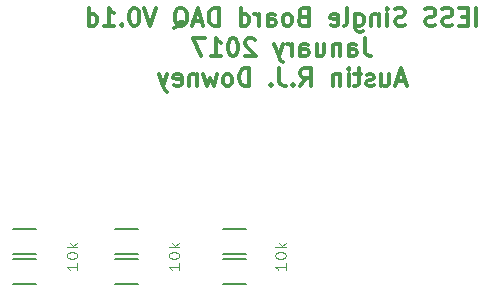
<source format=gbr>
G04 #@! TF.FileFunction,Legend,Bot*
%FSLAX46Y46*%
G04 Gerber Fmt 4.6, Leading zero omitted, Abs format (unit mm)*
G04 Created by KiCad (PCBNEW 4.0.5) date 01/31/17 23:14:54*
%MOMM*%
%LPD*%
G01*
G04 APERTURE LIST*
%ADD10C,0.100000*%
%ADD11C,0.300000*%
%ADD12C,0.150000*%
G04 APERTURE END LIST*
D10*
X183160143Y-121245238D02*
X183160143Y-121816667D01*
X183160143Y-121530953D02*
X182260143Y-121530953D01*
X182388714Y-121626191D01*
X182474429Y-121721429D01*
X182517286Y-121816667D01*
X182260143Y-120626191D02*
X182260143Y-120530952D01*
X182303000Y-120435714D01*
X182345857Y-120388095D01*
X182431571Y-120340476D01*
X182603000Y-120292857D01*
X182817286Y-120292857D01*
X182988714Y-120340476D01*
X183074429Y-120388095D01*
X183117286Y-120435714D01*
X183160143Y-120530952D01*
X183160143Y-120626191D01*
X183117286Y-120721429D01*
X183074429Y-120769048D01*
X182988714Y-120816667D01*
X182817286Y-120864286D01*
X182603000Y-120864286D01*
X182431571Y-120816667D01*
X182345857Y-120769048D01*
X182303000Y-120721429D01*
X182260143Y-120626191D01*
X183160143Y-119864286D02*
X182260143Y-119864286D01*
X182817286Y-119769048D02*
X183160143Y-119483333D01*
X182560143Y-119483333D02*
X182903000Y-119864286D01*
X174143143Y-121245238D02*
X174143143Y-121816667D01*
X174143143Y-121530953D02*
X173243143Y-121530953D01*
X173371714Y-121626191D01*
X173457429Y-121721429D01*
X173500286Y-121816667D01*
X173243143Y-120626191D02*
X173243143Y-120530952D01*
X173286000Y-120435714D01*
X173328857Y-120388095D01*
X173414571Y-120340476D01*
X173586000Y-120292857D01*
X173800286Y-120292857D01*
X173971714Y-120340476D01*
X174057429Y-120388095D01*
X174100286Y-120435714D01*
X174143143Y-120530952D01*
X174143143Y-120626191D01*
X174100286Y-120721429D01*
X174057429Y-120769048D01*
X173971714Y-120816667D01*
X173800286Y-120864286D01*
X173586000Y-120864286D01*
X173414571Y-120816667D01*
X173328857Y-120769048D01*
X173286000Y-120721429D01*
X173243143Y-120626191D01*
X174143143Y-119864286D02*
X173243143Y-119864286D01*
X173800286Y-119769048D02*
X174143143Y-119483333D01*
X173543143Y-119483333D02*
X173886000Y-119864286D01*
X165507143Y-121245238D02*
X165507143Y-121816667D01*
X165507143Y-121530953D02*
X164607143Y-121530953D01*
X164735714Y-121626191D01*
X164821429Y-121721429D01*
X164864286Y-121816667D01*
X164607143Y-120626191D02*
X164607143Y-120530952D01*
X164650000Y-120435714D01*
X164692857Y-120388095D01*
X164778571Y-120340476D01*
X164950000Y-120292857D01*
X165164286Y-120292857D01*
X165335714Y-120340476D01*
X165421429Y-120388095D01*
X165464286Y-120435714D01*
X165507143Y-120530952D01*
X165507143Y-120626191D01*
X165464286Y-120721429D01*
X165421429Y-120769048D01*
X165335714Y-120816667D01*
X165164286Y-120864286D01*
X164950000Y-120864286D01*
X164778571Y-120816667D01*
X164692857Y-120769048D01*
X164650000Y-120721429D01*
X164607143Y-120626191D01*
X165507143Y-119864286D02*
X164607143Y-119864286D01*
X165164286Y-119769048D02*
X165507143Y-119483333D01*
X164907143Y-119483333D02*
X165250000Y-119864286D01*
D11*
X199272856Y-101125571D02*
X199272856Y-99625571D01*
X198558570Y-100339857D02*
X198058570Y-100339857D01*
X197844284Y-101125571D02*
X198558570Y-101125571D01*
X198558570Y-99625571D01*
X197844284Y-99625571D01*
X197272856Y-101054143D02*
X197058570Y-101125571D01*
X196701427Y-101125571D01*
X196558570Y-101054143D01*
X196487141Y-100982714D01*
X196415713Y-100839857D01*
X196415713Y-100697000D01*
X196487141Y-100554143D01*
X196558570Y-100482714D01*
X196701427Y-100411286D01*
X196987141Y-100339857D01*
X197129999Y-100268429D01*
X197201427Y-100197000D01*
X197272856Y-100054143D01*
X197272856Y-99911286D01*
X197201427Y-99768429D01*
X197129999Y-99697000D01*
X196987141Y-99625571D01*
X196629999Y-99625571D01*
X196415713Y-99697000D01*
X195844285Y-101054143D02*
X195629999Y-101125571D01*
X195272856Y-101125571D01*
X195129999Y-101054143D01*
X195058570Y-100982714D01*
X194987142Y-100839857D01*
X194987142Y-100697000D01*
X195058570Y-100554143D01*
X195129999Y-100482714D01*
X195272856Y-100411286D01*
X195558570Y-100339857D01*
X195701428Y-100268429D01*
X195772856Y-100197000D01*
X195844285Y-100054143D01*
X195844285Y-99911286D01*
X195772856Y-99768429D01*
X195701428Y-99697000D01*
X195558570Y-99625571D01*
X195201428Y-99625571D01*
X194987142Y-99697000D01*
X193272857Y-101054143D02*
X193058571Y-101125571D01*
X192701428Y-101125571D01*
X192558571Y-101054143D01*
X192487142Y-100982714D01*
X192415714Y-100839857D01*
X192415714Y-100697000D01*
X192487142Y-100554143D01*
X192558571Y-100482714D01*
X192701428Y-100411286D01*
X192987142Y-100339857D01*
X193130000Y-100268429D01*
X193201428Y-100197000D01*
X193272857Y-100054143D01*
X193272857Y-99911286D01*
X193201428Y-99768429D01*
X193130000Y-99697000D01*
X192987142Y-99625571D01*
X192630000Y-99625571D01*
X192415714Y-99697000D01*
X191772857Y-101125571D02*
X191772857Y-100125571D01*
X191772857Y-99625571D02*
X191844286Y-99697000D01*
X191772857Y-99768429D01*
X191701429Y-99697000D01*
X191772857Y-99625571D01*
X191772857Y-99768429D01*
X191058571Y-100125571D02*
X191058571Y-101125571D01*
X191058571Y-100268429D02*
X190987143Y-100197000D01*
X190844285Y-100125571D01*
X190630000Y-100125571D01*
X190487143Y-100197000D01*
X190415714Y-100339857D01*
X190415714Y-101125571D01*
X189058571Y-100125571D02*
X189058571Y-101339857D01*
X189130000Y-101482714D01*
X189201428Y-101554143D01*
X189344285Y-101625571D01*
X189558571Y-101625571D01*
X189701428Y-101554143D01*
X189058571Y-101054143D02*
X189201428Y-101125571D01*
X189487142Y-101125571D01*
X189630000Y-101054143D01*
X189701428Y-100982714D01*
X189772857Y-100839857D01*
X189772857Y-100411286D01*
X189701428Y-100268429D01*
X189630000Y-100197000D01*
X189487142Y-100125571D01*
X189201428Y-100125571D01*
X189058571Y-100197000D01*
X188129999Y-101125571D02*
X188272857Y-101054143D01*
X188344285Y-100911286D01*
X188344285Y-99625571D01*
X186987143Y-101054143D02*
X187130000Y-101125571D01*
X187415714Y-101125571D01*
X187558571Y-101054143D01*
X187630000Y-100911286D01*
X187630000Y-100339857D01*
X187558571Y-100197000D01*
X187415714Y-100125571D01*
X187130000Y-100125571D01*
X186987143Y-100197000D01*
X186915714Y-100339857D01*
X186915714Y-100482714D01*
X187630000Y-100625571D01*
X184630000Y-100339857D02*
X184415714Y-100411286D01*
X184344286Y-100482714D01*
X184272857Y-100625571D01*
X184272857Y-100839857D01*
X184344286Y-100982714D01*
X184415714Y-101054143D01*
X184558572Y-101125571D01*
X185130000Y-101125571D01*
X185130000Y-99625571D01*
X184630000Y-99625571D01*
X184487143Y-99697000D01*
X184415714Y-99768429D01*
X184344286Y-99911286D01*
X184344286Y-100054143D01*
X184415714Y-100197000D01*
X184487143Y-100268429D01*
X184630000Y-100339857D01*
X185130000Y-100339857D01*
X183415714Y-101125571D02*
X183558572Y-101054143D01*
X183630000Y-100982714D01*
X183701429Y-100839857D01*
X183701429Y-100411286D01*
X183630000Y-100268429D01*
X183558572Y-100197000D01*
X183415714Y-100125571D01*
X183201429Y-100125571D01*
X183058572Y-100197000D01*
X182987143Y-100268429D01*
X182915714Y-100411286D01*
X182915714Y-100839857D01*
X182987143Y-100982714D01*
X183058572Y-101054143D01*
X183201429Y-101125571D01*
X183415714Y-101125571D01*
X181630000Y-101125571D02*
X181630000Y-100339857D01*
X181701429Y-100197000D01*
X181844286Y-100125571D01*
X182130000Y-100125571D01*
X182272857Y-100197000D01*
X181630000Y-101054143D02*
X181772857Y-101125571D01*
X182130000Y-101125571D01*
X182272857Y-101054143D01*
X182344286Y-100911286D01*
X182344286Y-100768429D01*
X182272857Y-100625571D01*
X182130000Y-100554143D01*
X181772857Y-100554143D01*
X181630000Y-100482714D01*
X180915714Y-101125571D02*
X180915714Y-100125571D01*
X180915714Y-100411286D02*
X180844286Y-100268429D01*
X180772857Y-100197000D01*
X180630000Y-100125571D01*
X180487143Y-100125571D01*
X179344286Y-101125571D02*
X179344286Y-99625571D01*
X179344286Y-101054143D02*
X179487143Y-101125571D01*
X179772857Y-101125571D01*
X179915715Y-101054143D01*
X179987143Y-100982714D01*
X180058572Y-100839857D01*
X180058572Y-100411286D01*
X179987143Y-100268429D01*
X179915715Y-100197000D01*
X179772857Y-100125571D01*
X179487143Y-100125571D01*
X179344286Y-100197000D01*
X177487143Y-101125571D02*
X177487143Y-99625571D01*
X177130000Y-99625571D01*
X176915715Y-99697000D01*
X176772857Y-99839857D01*
X176701429Y-99982714D01*
X176630000Y-100268429D01*
X176630000Y-100482714D01*
X176701429Y-100768429D01*
X176772857Y-100911286D01*
X176915715Y-101054143D01*
X177130000Y-101125571D01*
X177487143Y-101125571D01*
X176058572Y-100697000D02*
X175344286Y-100697000D01*
X176201429Y-101125571D02*
X175701429Y-99625571D01*
X175201429Y-101125571D01*
X173701429Y-101268429D02*
X173844286Y-101197000D01*
X173987143Y-101054143D01*
X174201429Y-100839857D01*
X174344286Y-100768429D01*
X174487143Y-100768429D01*
X174415715Y-101125571D02*
X174558572Y-101054143D01*
X174701429Y-100911286D01*
X174772858Y-100625571D01*
X174772858Y-100125571D01*
X174701429Y-99839857D01*
X174558572Y-99697000D01*
X174415715Y-99625571D01*
X174130001Y-99625571D01*
X173987143Y-99697000D01*
X173844286Y-99839857D01*
X173772858Y-100125571D01*
X173772858Y-100625571D01*
X173844286Y-100911286D01*
X173987143Y-101054143D01*
X174130001Y-101125571D01*
X174415715Y-101125571D01*
X172201429Y-99625571D02*
X171701429Y-101125571D01*
X171201429Y-99625571D01*
X170415715Y-99625571D02*
X170272858Y-99625571D01*
X170130001Y-99697000D01*
X170058572Y-99768429D01*
X169987143Y-99911286D01*
X169915715Y-100197000D01*
X169915715Y-100554143D01*
X169987143Y-100839857D01*
X170058572Y-100982714D01*
X170130001Y-101054143D01*
X170272858Y-101125571D01*
X170415715Y-101125571D01*
X170558572Y-101054143D01*
X170630001Y-100982714D01*
X170701429Y-100839857D01*
X170772858Y-100554143D01*
X170772858Y-100197000D01*
X170701429Y-99911286D01*
X170630001Y-99768429D01*
X170558572Y-99697000D01*
X170415715Y-99625571D01*
X169272858Y-100982714D02*
X169201430Y-101054143D01*
X169272858Y-101125571D01*
X169344287Y-101054143D01*
X169272858Y-100982714D01*
X169272858Y-101125571D01*
X167772858Y-101125571D02*
X168630001Y-101125571D01*
X168201429Y-101125571D02*
X168201429Y-99625571D01*
X168344286Y-99839857D01*
X168487144Y-99982714D01*
X168630001Y-100054143D01*
X166487144Y-101125571D02*
X166487144Y-99625571D01*
X166487144Y-101054143D02*
X166630001Y-101125571D01*
X166915715Y-101125571D01*
X167058573Y-101054143D01*
X167130001Y-100982714D01*
X167201430Y-100839857D01*
X167201430Y-100411286D01*
X167130001Y-100268429D01*
X167058573Y-100197000D01*
X166915715Y-100125571D01*
X166630001Y-100125571D01*
X166487144Y-100197000D01*
X189844285Y-102175571D02*
X189844285Y-103247000D01*
X189915713Y-103461286D01*
X190058570Y-103604143D01*
X190272856Y-103675571D01*
X190415713Y-103675571D01*
X188487142Y-103675571D02*
X188487142Y-102889857D01*
X188558571Y-102747000D01*
X188701428Y-102675571D01*
X188987142Y-102675571D01*
X189129999Y-102747000D01*
X188487142Y-103604143D02*
X188629999Y-103675571D01*
X188987142Y-103675571D01*
X189129999Y-103604143D01*
X189201428Y-103461286D01*
X189201428Y-103318429D01*
X189129999Y-103175571D01*
X188987142Y-103104143D01*
X188629999Y-103104143D01*
X188487142Y-103032714D01*
X187772856Y-102675571D02*
X187772856Y-103675571D01*
X187772856Y-102818429D02*
X187701428Y-102747000D01*
X187558570Y-102675571D01*
X187344285Y-102675571D01*
X187201428Y-102747000D01*
X187129999Y-102889857D01*
X187129999Y-103675571D01*
X185772856Y-102675571D02*
X185772856Y-103675571D01*
X186415713Y-102675571D02*
X186415713Y-103461286D01*
X186344285Y-103604143D01*
X186201427Y-103675571D01*
X185987142Y-103675571D01*
X185844285Y-103604143D01*
X185772856Y-103532714D01*
X184415713Y-103675571D02*
X184415713Y-102889857D01*
X184487142Y-102747000D01*
X184629999Y-102675571D01*
X184915713Y-102675571D01*
X185058570Y-102747000D01*
X184415713Y-103604143D02*
X184558570Y-103675571D01*
X184915713Y-103675571D01*
X185058570Y-103604143D01*
X185129999Y-103461286D01*
X185129999Y-103318429D01*
X185058570Y-103175571D01*
X184915713Y-103104143D01*
X184558570Y-103104143D01*
X184415713Y-103032714D01*
X183701427Y-103675571D02*
X183701427Y-102675571D01*
X183701427Y-102961286D02*
X183629999Y-102818429D01*
X183558570Y-102747000D01*
X183415713Y-102675571D01*
X183272856Y-102675571D01*
X182915713Y-102675571D02*
X182558570Y-103675571D01*
X182201428Y-102675571D02*
X182558570Y-103675571D01*
X182701428Y-104032714D01*
X182772856Y-104104143D01*
X182915713Y-104175571D01*
X180558571Y-102318429D02*
X180487142Y-102247000D01*
X180344285Y-102175571D01*
X179987142Y-102175571D01*
X179844285Y-102247000D01*
X179772856Y-102318429D01*
X179701428Y-102461286D01*
X179701428Y-102604143D01*
X179772856Y-102818429D01*
X180629999Y-103675571D01*
X179701428Y-103675571D01*
X178772857Y-102175571D02*
X178630000Y-102175571D01*
X178487143Y-102247000D01*
X178415714Y-102318429D01*
X178344285Y-102461286D01*
X178272857Y-102747000D01*
X178272857Y-103104143D01*
X178344285Y-103389857D01*
X178415714Y-103532714D01*
X178487143Y-103604143D01*
X178630000Y-103675571D01*
X178772857Y-103675571D01*
X178915714Y-103604143D01*
X178987143Y-103532714D01*
X179058571Y-103389857D01*
X179130000Y-103104143D01*
X179130000Y-102747000D01*
X179058571Y-102461286D01*
X178987143Y-102318429D01*
X178915714Y-102247000D01*
X178772857Y-102175571D01*
X176844286Y-103675571D02*
X177701429Y-103675571D01*
X177272857Y-103675571D02*
X177272857Y-102175571D01*
X177415714Y-102389857D01*
X177558572Y-102532714D01*
X177701429Y-102604143D01*
X176344286Y-102175571D02*
X175344286Y-102175571D01*
X175987143Y-103675571D01*
X193272858Y-105797000D02*
X192558572Y-105797000D01*
X193415715Y-106225571D02*
X192915715Y-104725571D01*
X192415715Y-106225571D01*
X191272858Y-105225571D02*
X191272858Y-106225571D01*
X191915715Y-105225571D02*
X191915715Y-106011286D01*
X191844287Y-106154143D01*
X191701429Y-106225571D01*
X191487144Y-106225571D01*
X191344287Y-106154143D01*
X191272858Y-106082714D01*
X190630001Y-106154143D02*
X190487144Y-106225571D01*
X190201429Y-106225571D01*
X190058572Y-106154143D01*
X189987144Y-106011286D01*
X189987144Y-105939857D01*
X190058572Y-105797000D01*
X190201429Y-105725571D01*
X190415715Y-105725571D01*
X190558572Y-105654143D01*
X190630001Y-105511286D01*
X190630001Y-105439857D01*
X190558572Y-105297000D01*
X190415715Y-105225571D01*
X190201429Y-105225571D01*
X190058572Y-105297000D01*
X189558572Y-105225571D02*
X188987143Y-105225571D01*
X189344286Y-104725571D02*
X189344286Y-106011286D01*
X189272858Y-106154143D01*
X189130000Y-106225571D01*
X188987143Y-106225571D01*
X188487143Y-106225571D02*
X188487143Y-105225571D01*
X188487143Y-104725571D02*
X188558572Y-104797000D01*
X188487143Y-104868429D01*
X188415715Y-104797000D01*
X188487143Y-104725571D01*
X188487143Y-104868429D01*
X187772857Y-105225571D02*
X187772857Y-106225571D01*
X187772857Y-105368429D02*
X187701429Y-105297000D01*
X187558571Y-105225571D01*
X187344286Y-105225571D01*
X187201429Y-105297000D01*
X187130000Y-105439857D01*
X187130000Y-106225571D01*
X184415714Y-106225571D02*
X184915714Y-105511286D01*
X185272857Y-106225571D02*
X185272857Y-104725571D01*
X184701429Y-104725571D01*
X184558571Y-104797000D01*
X184487143Y-104868429D01*
X184415714Y-105011286D01*
X184415714Y-105225571D01*
X184487143Y-105368429D01*
X184558571Y-105439857D01*
X184701429Y-105511286D01*
X185272857Y-105511286D01*
X183772857Y-106082714D02*
X183701429Y-106154143D01*
X183772857Y-106225571D01*
X183844286Y-106154143D01*
X183772857Y-106082714D01*
X183772857Y-106225571D01*
X182630000Y-104725571D02*
X182630000Y-105797000D01*
X182701428Y-106011286D01*
X182844285Y-106154143D01*
X183058571Y-106225571D01*
X183201428Y-106225571D01*
X181915714Y-106082714D02*
X181844286Y-106154143D01*
X181915714Y-106225571D01*
X181987143Y-106154143D01*
X181915714Y-106082714D01*
X181915714Y-106225571D01*
X180058571Y-106225571D02*
X180058571Y-104725571D01*
X179701428Y-104725571D01*
X179487143Y-104797000D01*
X179344285Y-104939857D01*
X179272857Y-105082714D01*
X179201428Y-105368429D01*
X179201428Y-105582714D01*
X179272857Y-105868429D01*
X179344285Y-106011286D01*
X179487143Y-106154143D01*
X179701428Y-106225571D01*
X180058571Y-106225571D01*
X178344285Y-106225571D02*
X178487143Y-106154143D01*
X178558571Y-106082714D01*
X178630000Y-105939857D01*
X178630000Y-105511286D01*
X178558571Y-105368429D01*
X178487143Y-105297000D01*
X178344285Y-105225571D01*
X178130000Y-105225571D01*
X177987143Y-105297000D01*
X177915714Y-105368429D01*
X177844285Y-105511286D01*
X177844285Y-105939857D01*
X177915714Y-106082714D01*
X177987143Y-106154143D01*
X178130000Y-106225571D01*
X178344285Y-106225571D01*
X177344285Y-105225571D02*
X177058571Y-106225571D01*
X176772857Y-105511286D01*
X176487142Y-106225571D01*
X176201428Y-105225571D01*
X175629999Y-105225571D02*
X175629999Y-106225571D01*
X175629999Y-105368429D02*
X175558571Y-105297000D01*
X175415713Y-105225571D01*
X175201428Y-105225571D01*
X175058571Y-105297000D01*
X174987142Y-105439857D01*
X174987142Y-106225571D01*
X173701428Y-106154143D02*
X173844285Y-106225571D01*
X174129999Y-106225571D01*
X174272856Y-106154143D01*
X174344285Y-106011286D01*
X174344285Y-105439857D01*
X174272856Y-105297000D01*
X174129999Y-105225571D01*
X173844285Y-105225571D01*
X173701428Y-105297000D01*
X173629999Y-105439857D01*
X173629999Y-105582714D01*
X174344285Y-105725571D01*
X173129999Y-105225571D02*
X172772856Y-106225571D01*
X172415714Y-105225571D02*
X172772856Y-106225571D01*
X172915714Y-106582714D01*
X172987142Y-106654143D01*
X173129999Y-106725571D01*
D12*
X179816000Y-120845000D02*
X177816000Y-120845000D01*
X177816000Y-122995000D02*
X179816000Y-122995000D01*
X170672000Y-118305000D02*
X168672000Y-118305000D01*
X168672000Y-120455000D02*
X170672000Y-120455000D01*
X170672000Y-120845000D02*
X168672000Y-120845000D01*
X168672000Y-122995000D02*
X170672000Y-122995000D01*
X162036000Y-118305000D02*
X160036000Y-118305000D01*
X160036000Y-120455000D02*
X162036000Y-120455000D01*
X162036000Y-120845000D02*
X160036000Y-120845000D01*
X160036000Y-122995000D02*
X162036000Y-122995000D01*
X179816000Y-118305000D02*
X177816000Y-118305000D01*
X177816000Y-120455000D02*
X179816000Y-120455000D01*
M02*

</source>
